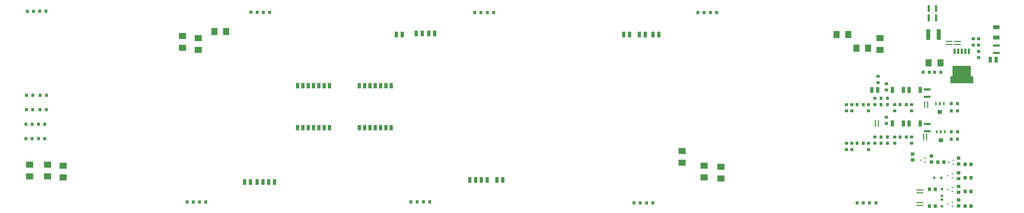
<source format=gtp>
G04 Layer_Color=8421504*
%FSLAX44Y44*%
%MOMM*%
G71*
G01*
G75*
%ADD10R,1.0668X2.6000*%
%ADD11R,10.7950X2.6000*%
%ADD12R,0.8000X0.6000*%
%ADD13R,0.8000X0.6000*%
%ADD14R,1.1000X1.2200*%
%ADD15R,1.4000X1.6000*%
%ADD16R,0.9144X1.5240*%
%ADD17R,0.7112X1.5240*%
%ADD18R,2.1590X1.2700*%
%ADD19R,1.6500X2.5400*%
%ADD20R,3.0000X3.5000*%
%ADD21R,1.8500X5.2000*%
%ADD22R,1.6500X2.8500*%
%ADD23R,3.2000X1.0000*%
%ADD24R,1.6000X2.7000*%
%ADD25R,1.8000X1.6000*%
%ADD26R,0.5000X3.3000*%
%ADD27R,3.1500X1.9600*%
%ADD28R,3.3000X0.5000*%
%ADD29R,1.2200X1.1000*%
%ADD30R,1.6000X1.8000*%
%ADD31R,1.0000X3.2000*%
%ADD32R,1.6000X1.4000*%
%ADD33R,3.5000X3.0000*%
%ADD88R,0.8890X2.0320*%
%ADD89R,2.0320X1.9050*%
%ADD90R,0.8128X1.4224*%
G36*
X4535180Y703150D02*
X4535180Y653620D01*
X4546610D01*
Y620600D01*
X4437390D01*
Y652350D01*
X4447550D01*
Y703150D01*
X4535180Y703150D01*
D02*
G37*
D10*
X4492000Y773000D02*
D03*
X4509018D02*
D03*
X4526036D02*
D03*
X4474982D02*
D03*
X4457964D02*
D03*
D11*
X4492000Y640920D02*
D03*
D12*
X4425410Y42525D02*
D03*
X4295410Y252525D02*
D03*
X4430410Y242525D02*
D03*
X4425410Y177525D02*
D03*
Y112525D02*
D03*
D13*
X4447000Y52050D02*
D03*
X4447000Y33000D02*
D03*
X4317000Y262050D02*
D03*
X4317000Y243000D02*
D03*
X4452000Y252050D02*
D03*
X4452000Y233000D02*
D03*
X4447000Y187050D02*
D03*
X4447000Y168000D02*
D03*
X4447000Y122050D02*
D03*
X4447000Y103000D02*
D03*
D14*
X4393350Y168000D02*
D03*
X4360650D02*
D03*
D15*
X113865Y354977D02*
D03*
X83865D02*
D03*
X4442000Y523000D02*
D03*
X4472000D02*
D03*
X4307000Y673000D02*
D03*
X4337000D02*
D03*
X3992000Y333000D02*
D03*
X4022000D02*
D03*
X3992000Y518000D02*
D03*
X4022000D02*
D03*
X4442000Y353000D02*
D03*
X4472000D02*
D03*
X4442000Y488000D02*
D03*
X4472000D02*
D03*
X852539Y52551D02*
D03*
X882539D02*
D03*
X1922000Y53000D02*
D03*
X1952000D02*
D03*
X2987000Y48000D02*
D03*
X3017000D02*
D03*
X4052000D02*
D03*
X4082000D02*
D03*
X3262000Y958000D02*
D03*
X3232000D02*
D03*
X2197000D02*
D03*
X2167000D02*
D03*
X1128347Y959559D02*
D03*
X1098347D02*
D03*
X60446Y964277D02*
D03*
X30446D02*
D03*
X4197000Y363000D02*
D03*
X4227000D02*
D03*
X4197000Y518000D02*
D03*
X4227000D02*
D03*
X823694Y52303D02*
D03*
X793694D02*
D03*
X1892000Y53000D02*
D03*
X1862000D02*
D03*
X2957000Y48000D02*
D03*
X2927000D02*
D03*
X4022000D02*
D03*
X3992000D02*
D03*
X3292000Y958000D02*
D03*
X3322000D02*
D03*
X2227000D02*
D03*
X2257000D02*
D03*
X1157440Y958814D02*
D03*
X1187440D02*
D03*
X90036Y965270D02*
D03*
X120036D02*
D03*
X4107000Y333000D02*
D03*
X4137000D02*
D03*
X4107000Y363000D02*
D03*
X4137000D02*
D03*
X4107000Y518000D02*
D03*
X4137000D02*
D03*
X4107000Y548000D02*
D03*
X4137000D02*
D03*
X4362000Y673000D02*
D03*
X4392000D02*
D03*
X122000Y563000D02*
D03*
X92000D02*
D03*
X121314Y494105D02*
D03*
X91314D02*
D03*
X113865Y424276D02*
D03*
X83865D02*
D03*
X27000Y563000D02*
D03*
X57000D02*
D03*
X56314Y494105D02*
D03*
X26314D02*
D03*
X23865Y424276D02*
D03*
X53865D02*
D03*
X23865Y354977D02*
D03*
X53865D02*
D03*
X4442000Y388000D02*
D03*
X4472000D02*
D03*
D16*
X4387000Y523000D02*
D03*
X4392000Y388000D02*
D03*
D17*
X4367950Y523000D02*
D03*
X4406050D02*
D03*
X4372950Y388000D02*
D03*
X4411050D02*
D03*
D18*
X4387000Y484900D02*
D03*
X4392000Y349900D02*
D03*
D19*
X1320800Y407650D02*
D03*
X1346200D02*
D03*
X1371600D02*
D03*
X1397000D02*
D03*
X1422400D02*
D03*
X1447800D02*
D03*
X1473200D02*
D03*
Y608350D02*
D03*
X1447800D02*
D03*
X1422400D02*
D03*
X1397000D02*
D03*
X1371600D02*
D03*
X1346200D02*
D03*
X1320800D02*
D03*
X1615800D02*
D03*
X1641200D02*
D03*
X1666600D02*
D03*
X1692000D02*
D03*
X1717400D02*
D03*
X1742800D02*
D03*
X1768200D02*
D03*
Y407650D02*
D03*
X1742800D02*
D03*
X1717400D02*
D03*
X1692000D02*
D03*
X1666600D02*
D03*
X1641200D02*
D03*
X1615800D02*
D03*
D20*
X4333943Y718000D02*
D03*
X4390056D02*
D03*
X3950056Y853000D02*
D03*
X3893943D02*
D03*
X3988943Y788000D02*
D03*
X4045056D02*
D03*
X980057Y868000D02*
D03*
X923943D02*
D03*
D21*
X4331750Y853000D02*
D03*
X4382250D02*
D03*
D22*
X4213500Y588000D02*
D03*
X4160500D02*
D03*
X4293500Y428000D02*
D03*
X4240500D02*
D03*
X4213500D02*
D03*
X4160500D02*
D03*
X4293500Y588000D02*
D03*
X4240500D02*
D03*
D23*
X4327000Y590500D02*
D03*
Y555500D02*
D03*
X4657000Y800500D02*
D03*
Y765500D02*
D03*
X4327000Y425500D02*
D03*
Y390500D02*
D03*
D24*
X4063000Y588000D02*
D03*
X4091000D02*
D03*
X1888000Y858000D02*
D03*
X1916000D02*
D03*
X2906000Y853000D02*
D03*
X2878000D02*
D03*
X1211000Y148000D02*
D03*
X1183000D02*
D03*
X2273000Y158000D02*
D03*
X2301000D02*
D03*
X1821000Y853000D02*
D03*
X1793000D02*
D03*
X2953000D02*
D03*
X2981000D02*
D03*
X1156000Y148000D02*
D03*
X1128000D02*
D03*
X2226000Y158000D02*
D03*
X2198000D02*
D03*
X4628000Y733000D02*
D03*
X4656000D02*
D03*
X2143000Y158000D02*
D03*
X2171000D02*
D03*
X1976000Y858000D02*
D03*
X1948000D02*
D03*
X1068000Y148000D02*
D03*
X1096000D02*
D03*
X3046000Y853000D02*
D03*
X3018000D02*
D03*
D25*
X4257000Y254000D02*
D03*
Y282000D02*
D03*
X4477000Y34000D02*
D03*
Y62000D02*
D03*
Y99000D02*
D03*
Y127000D02*
D03*
Y164000D02*
D03*
Y192000D02*
D03*
X4477000Y234000D02*
D03*
Y262000D02*
D03*
X4347000Y272000D02*
D03*
Y244000D02*
D03*
D26*
X4315000Y518000D02*
D03*
X4329000D02*
D03*
X4094000Y428000D02*
D03*
X4080000D02*
D03*
X4310000Y363000D02*
D03*
X4324000D02*
D03*
D27*
X4657000Y838500D02*
D03*
Y887500D02*
D03*
D28*
X4292000Y36000D02*
D03*
Y50000D02*
D03*
Y110000D02*
D03*
Y96000D02*
D03*
X4472000Y806000D02*
D03*
Y820000D02*
D03*
X4432000Y806000D02*
D03*
Y820000D02*
D03*
D29*
X4397000Y31650D02*
D03*
Y64350D02*
D03*
Y114350D02*
D03*
Y81650D02*
D03*
D30*
X4338000Y33000D02*
D03*
X4366000D02*
D03*
X4508000D02*
D03*
X4536000D02*
D03*
Y103000D02*
D03*
X4508000D02*
D03*
X4536000Y168000D02*
D03*
X4508000D02*
D03*
X4536000Y233000D02*
D03*
X4508000D02*
D03*
X4378000Y243000D02*
D03*
X4406000D02*
D03*
X4338000Y113000D02*
D03*
X4366000D02*
D03*
D31*
X4369500Y933000D02*
D03*
X4334500D02*
D03*
X4369500Y978000D02*
D03*
X4334500D02*
D03*
D32*
X3967000Y303000D02*
D03*
Y333000D02*
D03*
X4047000Y303000D02*
D03*
Y333000D02*
D03*
X3967000Y488000D02*
D03*
Y518000D02*
D03*
X4047000Y488000D02*
D03*
Y518000D02*
D03*
X4172000Y333000D02*
D03*
Y363000D02*
D03*
X4252000Y333000D02*
D03*
Y363000D02*
D03*
X4172000Y488000D02*
D03*
Y518000D02*
D03*
X4252000Y488000D02*
D03*
Y518000D02*
D03*
X3942000Y303000D02*
D03*
Y333000D02*
D03*
X3942000Y488000D02*
D03*
Y518000D02*
D03*
X4077000Y333000D02*
D03*
Y363000D02*
D03*
X4077000Y518000D02*
D03*
Y548000D02*
D03*
X4547000Y833000D02*
D03*
Y803000D02*
D03*
X4572000Y833000D02*
D03*
Y803000D02*
D03*
Y773000D02*
D03*
Y743000D02*
D03*
X4132000Y458000D02*
D03*
Y428000D02*
D03*
Y618000D02*
D03*
Y588000D02*
D03*
X4092000Y623000D02*
D03*
Y653000D02*
D03*
D33*
X772000Y846057D02*
D03*
Y789943D02*
D03*
X3342000Y164943D02*
D03*
Y221057D02*
D03*
X202000Y169943D02*
D03*
Y226057D02*
D03*
X847000Y779943D02*
D03*
Y836057D02*
D03*
X3262000Y226057D02*
D03*
Y169943D02*
D03*
X127000Y231057D02*
D03*
Y174943D02*
D03*
X4102000Y779943D02*
D03*
Y836057D02*
D03*
X42000Y231057D02*
D03*
Y174943D02*
D03*
X3157000Y296057D02*
D03*
Y239943D02*
D03*
D88*
X4525655Y773001D02*
D03*
X4509145D02*
D03*
X4474855D02*
D03*
X4458345D02*
D03*
X4491873D02*
D03*
D89*
X4387000Y482995D02*
D03*
X4391999Y347994D02*
D03*
D90*
X4387000Y523000D02*
D03*
X4391999Y387999D02*
D03*
M02*

</source>
